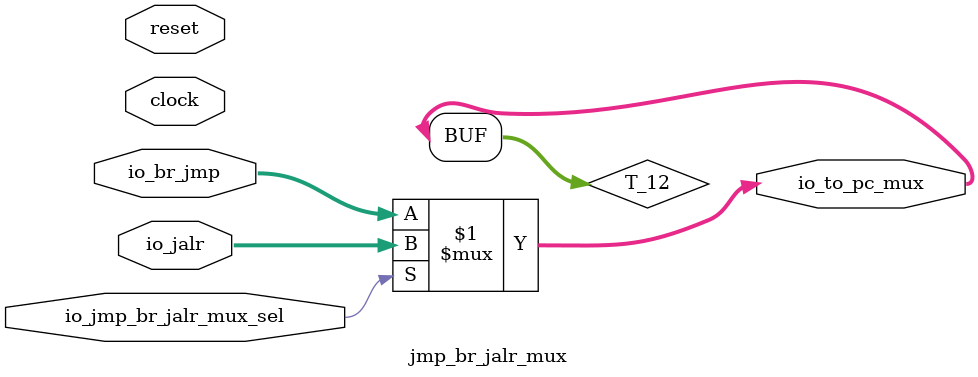
<source format=v>
`ifdef RANDOMIZE_GARBAGE_ASSIGN
`define RANDOMIZE
`endif
`ifdef RANDOMIZE_INVALID_ASSIGN
`define RANDOMIZE
`endif
`ifdef RANDOMIZE_REG_INIT
`define RANDOMIZE
`endif
`ifdef RANDOMIZE_MEM_INIT
`define RANDOMIZE
`endif

module jmp_br_jalr_mux(
  input   clock,
  input   reset,
  input  [31:0] io_br_jmp,
  input  [31:0] io_jalr,
  input   io_jmp_br_jalr_mux_sel,
  output [31:0] io_to_pc_mux
);
  wire [31:0] T_12;
  assign io_to_pc_mux = T_12;
  assign T_12 = io_jmp_br_jalr_mux_sel ? io_jalr : io_br_jmp;
endmodule

</source>
